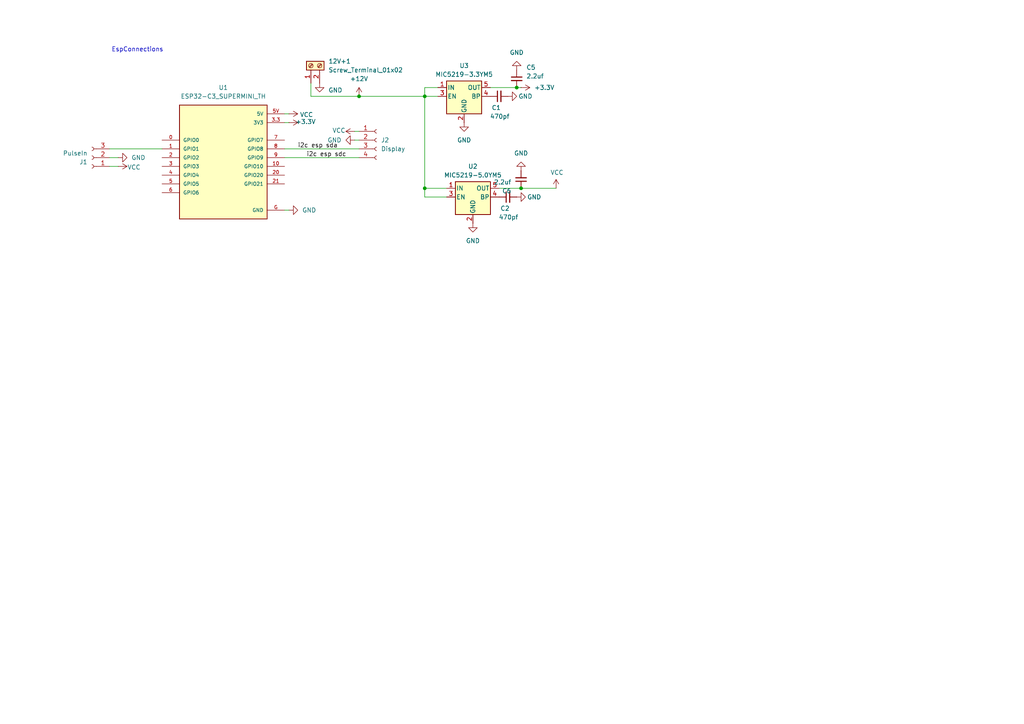
<source format=kicad_sch>
(kicad_sch (version 20250114) (generator "eeschema") (generator_version "9.0")
  (paper "A4")
  (lib_symbols
    (symbol "Connector:Conn_01x03_Socket" (pin_names (offset 1.016) (hide yes))
      (property "Reference" "J" (at 0 5.08 0))
      (property "Value" "Conn_01x03_Socket" (at 0 -5.08 0))
      (symbol "Conn_01x03_Socket_1_1"
        (polyline (pts (xy -1.27 2.54) (xy -0.508 2.54)) (stroke (width 0.1524)))
        (polyline (pts (xy -1.27 0) (xy -0.508 0)) (stroke (width 0.1524)))
        (polyline (pts (xy -1.27 -2.54) (xy -0.508 -2.54)) (stroke (width 0.1524)))
        (arc (start 0 2.032) (mid -0.5058 2.54) (end 0 3.048) (stroke (width 0.1524)))
        (arc (start 0 -0.508) (mid -0.5058 0) (end 0 0.508) (stroke (width 0.1524)))
        (arc (start 0 -3.048) (mid -0.5058 -2.54) (end 0 -2.032) (stroke (width 0.1524)))
        (pin passive line (at -5.08 2.54 0) (length 3.81) (name "Pin_1") (number "1"))
        (pin passive line (at -5.08 0 0) (length 3.81) (name "Pin_2") (number "2"))
        (pin passive line (at -5.08 -2.54 0) (length 3.81) (name "Pin_3") (number "3"))
      )
    )
    (symbol "Connector:Conn_01x04_Socket" (pin_names (offset 1.016) (hide yes))
      (property "Reference" "J" (at 0 5.08 0))
      (property "Value" "Conn_01x04_Socket" (at 0 -7.62 0))
      (symbol "Conn_01x04_Socket_1_1"
        (polyline (pts (xy -1.27 2.54) (xy -0.508 2.54)) (stroke (width 0.1524)))
        (polyline (pts (xy -1.27 0) (xy -0.508 0)) (stroke (width 0.1524)))
        (polyline (pts (xy -1.27 -2.54) (xy -0.508 -2.54)) (stroke (width 0.1524)))
        (polyline (pts (xy -1.27 -5.08) (xy -0.508 -5.08)) (stroke (width 0.1524)))
        (arc (start 0 2.032) (mid -0.5058 2.54) (end 0 3.048) (stroke (width 0.1524)))
        (arc (start 0 -0.508) (mid -0.5058 0) (end 0 0.508) (stroke (width 0.1524)))
        (arc (start 0 -3.048) (mid -0.5058 -2.54) (end 0 -2.032) (stroke (width 0.1524)))
        (arc (start 0 -5.588) (mid -0.5058 -5.08) (end 0 -4.572) (stroke (width 0.1524)))
        (pin passive line (at -5.08 2.54 0) (length 3.81) (name "Pin_1") (number "1"))
        (pin passive line (at -5.08 0 0) (length 3.81) (name "Pin_2") (number "2"))
        (pin passive line (at -5.08 -2.54 0) (length 3.81) (name "Pin_3") (number "3"))
        (pin passive line (at -5.08 -5.08 0) (length 3.81) (name "Pin_4") (number "4"))
      )
    )
    (symbol "Connector:Screw_Terminal_01x02" (pin_names (offset 1.016) (hide yes))
      (property "Reference" "J" (at 0 2.54 0))
      (property "Value" "Screw_Terminal_01x02" (at 0 -5.08 0))
      (symbol "Screw_Terminal_01x02_1_1"
        (rectangle (start -1.27 1.27) (end 1.27 -3.81) (stroke (width 0.254)) (fill (type background)))
        (polyline (pts (xy -0.5334 0.3302) (xy 0.3302 -0.508)) (stroke (width 0.1524)))
        (polyline (pts (xy -0.5334 -2.2098) (xy 0.3302 -3.048)) (stroke (width 0.1524)))
        (polyline (pts (xy -0.3556 0.508) (xy 0.508 -0.3302)) (stroke (width 0.1524)))
        (polyline (pts (xy -0.3556 -2.032) (xy 0.508 -2.8702)) (stroke (width 0.1524)))
        (circle (center 0 0) (radius 0.635) (stroke (width 0.1524)))
        (circle (center 0 -2.54) (radius 0.635) (stroke (width 0.1524)))
        (pin passive line (at -5.08 0 0) (length 3.81) (name "Pin_1") (number "1"))
        (pin passive line (at -5.08 -2.54 0) (length 3.81) (name "Pin_2") (number "2"))
      )
    )
    (symbol "Device:C_Small" (pin_numbers (hide yes)) (pin_names (offset 0.254) (hide yes))
      (property "Reference" "C" (at 0.254 1.778 0))
      (property "Value" "C_Small" (at 0.254 -2.032 0))
      (symbol "C_Small_0_1"
        (polyline (pts (xy -1.524 0.508) (xy 1.524 0.508)) (stroke (width 0.3048)))
        (polyline (pts (xy -1.524 -0.508) (xy 1.524 -0.508)) (stroke (width 0.3302)))
      )
      (symbol "C_Small_1_1"
        (pin passive line (at 0 2.54 270) (length 2.032) (name "~") (number "1"))
        (pin passive line (at 0 -2.54 90) (length 2.032) (name "~") (number "2"))
      )
    )
    (symbol "ESP32-C3_SUPERMINI_TH:ESP32-C3_SUPERMINI_TH" (pin_names (offset 1.016))
      (property "Reference" "U" (at -12.7 16.002 0))
      (property "Value" "ESP32-C3_SUPERMINI_TH" (at -12.7 -20.32 0))
      (symbol "ESP32-C3_SUPERMINI_TH_0_0"
        (rectangle (start -12.7 -17.78) (end 12.7 15.24) (stroke (width 0.254)) (fill (type background)))
        (pin bidirectional line (at -17.78 5.08 0) (length 5.08) (name "GPIO0") (number "0"))
        (pin bidirectional line (at -17.78 2.54 0) (length 5.08) (name "GPIO1") (number "1"))
        (pin bidirectional line (at -17.78 0 0) (length 5.08) (name "GPIO2") (number "2"))
        (pin bidirectional line (at -17.78 -2.54 0) (length 5.08) (name "GPIO3") (number "3"))
        (pin bidirectional line (at -17.78 -5.08 0) (length 5.08) (name "GPIO4") (number "4"))
        (pin bidirectional line (at -17.78 -7.62 0) (length 5.08) (name "GPIO5") (number "5"))
        (pin bidirectional line (at -17.78 -10.16 0) (length 5.08) (name "GPIO6") (number "6"))
        (pin power_in line (at 17.78 12.7 180) (length 5.08) (name "5V") (number "5V"))
        (pin power_in line (at 17.78 10.16 180) (length 5.08) (name "3V3") (number "3.3"))
        (pin bidirectional line (at 17.78 5.08 180) (length 5.08) (name "GPIO7") (number "7"))
        (pin bidirectional line (at 17.78 2.54 180) (length 5.08) (name "GPIO8") (number "8"))
        (pin bidirectional line (at 17.78 0 180) (length 5.08) (name "GPIO9") (number "9"))
        (pin bidirectional line (at 17.78 -2.54 180) (length 5.08) (name "GPIO10") (number "10"))
        (pin bidirectional line (at 17.78 -5.08 180) (length 5.08) (name "GPIO20") (number "20"))
        (pin bidirectional line (at 17.78 -7.62 180) (length 5.08) (name "GPIO21") (number "21"))
        (pin power_in line (at 17.78 -15.24 180) (length 5.08) (name "GND") (number "G"))
      )
    )
    (symbol "Regulator_Linear:MIC5219-3.3YM5" (pin_names (offset 0.254))
      (property "Reference" "U" (at -3.81 5.715 0))
      (property "Value" "MIC5219-3.3YM5" (at 0 5.715 0))
      (symbol "MIC5219-3.3YM5_0_1"
        (rectangle (start -5.08 4.445) (end 5.08 -5.08) (stroke (width 0.254)) (fill (type background)))
      )
      (symbol "MIC5219-3.3YM5_1_1"
        (pin power_in line (at -7.62 2.54 0) (length 2.54) (name "IN") (number "1"))
        (pin input line (at -7.62 0 0) (length 2.54) (name "EN") (number "3"))
        (pin power_in line (at 0 -7.62 90) (length 2.54) (name "GND") (number "2"))
        (pin power_out line (at 7.62 2.54 180) (length 2.54) (name "OUT") (number "5"))
        (pin input line (at 7.62 0 180) (length 2.54) (name "BP") (number "4"))
      )
    )
    (symbol "Regulator_Linear:MIC5219-5.0YM5" (pin_names (offset 0.254))
      (property "Reference" "U" (at -3.81 5.715 0))
      (property "Value" "MIC5219-5.0YM5" (at 0 5.715 0))
      (symbol "MIC5219-5.0YM5_0_1"
        (rectangle (start -5.08 4.445) (end 5.08 -5.08) (stroke (width 0.254)) (fill (type background)))
      )
      (symbol "MIC5219-5.0YM5_1_1"
        (pin power_in line (at -7.62 2.54 0) (length 2.54) (name "IN") (number "1"))
        (pin input line (at -7.62 0 0) (length 2.54) (name "EN") (number "3"))
        (pin power_in line (at 0 -7.62 90) (length 2.54) (name "GND") (number "2"))
        (pin power_out line (at 7.62 2.54 180) (length 2.54) (name "OUT") (number "5"))
        (pin input line (at 7.62 0 180) (length 2.54) (name "BP") (number "4"))
      )
    )
    (symbol "power:+12V" (power) (pin_numbers (hide yes)) (pin_names (offset 0) (hide yes))
      (property "Value" "+12V" (at 0 3.556 0))
      (symbol "+12V_0_1"
        (polyline (pts (xy -0.762 1.27) (xy 0 2.54)))
        (polyline (pts (xy 0 2.54) (xy 0.762 1.27)))
        (polyline (pts (xy 0 0) (xy 0 2.54)))
      )
      (symbol "+12V_1_1"
        (pin power_in line (at 0 0 90) (length 0) (name "~") (number "1"))
      )
    )
    (symbol "power:+3.3V" (power) (pin_numbers (hide yes)) (pin_names (offset 0) (hide yes))
      (property "Value" "+3.3V" (at 0 3.556 0))
      (symbol "+3.3V_0_1"
        (polyline (pts (xy -0.762 1.27) (xy 0 2.54)))
        (polyline (pts (xy 0 2.54) (xy 0.762 1.27)))
        (polyline (pts (xy 0 0) (xy 0 2.54)))
      )
      (symbol "+3.3V_1_1"
        (pin power_in line (at 0 0 90) (length 0) (name "~") (number "1"))
      )
    )
    (symbol "power:GND" (power) (pin_numbers (hide yes)) (pin_names (offset 0) (hide yes))
      (property "Value" "GND" (at 0 -3.81 0))
      (symbol "GND_0_1"
        (polyline (pts (xy 0 0) (xy 0 -1.27) (xy 1.27 -1.27) (xy 0 -2.54) (xy -1.27 -1.27) (xy 0 -1.27)))
      )
      (symbol "GND_1_1"
        (pin power_in line (at 0 0 270) (length 0) (name "~") (number "1"))
      )
    )
    (symbol "power:VCC" (power) (pin_numbers (hide yes)) (pin_names (offset 0) (hide yes))
      (property "Value" "VCC" (at 0 3.556 0))
      (symbol "VCC_0_1"
        (polyline (pts (xy -0.762 1.27) (xy 0 2.54)))
        (polyline (pts (xy 0 2.54) (xy 0.762 1.27)))
        (polyline (pts (xy 0 0) (xy 0 2.54)))
      )
      (symbol "VCC_1_1"
        (pin power_in line (at 0 0 90) (length 0) (name "~") (number "1"))
      )
    )
  )
  (text "EspConnections" (at 39.878 14.478 0) (effects (font (size 1.27 1.27))))
  (junction (at 104.14 27.94))
  (junction (at 123.19 54.61))
  (junction (at 151.13 54.61))
  (junction (at 149.86 25.4))
  (junction (at 123.19 27.94))
  (wire (pts (xy 82.55 45.72) (xy 104.14 45.72)))
  (wire (pts (xy 102.87 38.1) (xy 104.14 38.1)))
  (wire (pts (xy 127 27.94) (xy 123.19 27.94)))
  (wire (pts (xy 123.19 25.4) (xy 127 25.4)))
  (wire (pts (xy 31.75 43.18) (xy 46.99 43.18)))
  (wire (pts (xy 142.24 25.4) (xy 149.86 25.4)))
  (wire (pts (xy 102.87 40.64) (xy 104.14 40.64)))
  (wire (pts (xy 83.82 33.02) (xy 82.55 33.02)))
  (wire (pts (xy 104.14 27.94) (xy 123.19 27.94)))
  (wire (pts (xy 90.17 27.94) (xy 104.14 27.94)))
  (wire (pts (xy 149.86 25.4) (xy 151.13 25.4)))
  (wire (pts (xy 129.54 57.15) (xy 123.19 57.15)))
  (wire (pts (xy 129.54 54.61) (xy 123.19 54.61)))
  (wire (pts (xy 34.29 45.72) (xy 31.75 45.72)))
  (wire (pts (xy 123.19 57.15) (xy 123.19 54.61)))
  (wire (pts (xy 83.82 35.56) (xy 82.55 35.56)))
  (wire (pts (xy 151.13 54.61) (xy 161.29 54.61)))
  (wire (pts (xy 123.19 27.94) (xy 123.19 25.4)))
  (wire (pts (xy 90.17 27.94) (xy 90.17 24.13)))
  (wire (pts (xy 34.29 48.26) (xy 31.75 48.26)))
  (wire (pts (xy 123.19 54.61) (xy 123.19 27.94)))
  (wire (pts (xy 144.78 54.61) (xy 151.13 54.61)))
  (wire (pts (xy 83.82 60.96) (xy 82.55 60.96)))
  (wire (pts (xy 82.55 43.18) (xy 104.14 43.18)))
  (label "i2c esp sda" (at 86.36 43.18 0))
  (label "i2c esp sdc" (at 88.9 45.72 0))
  (symbol (lib_id "Regulator_Linear:MIC5219-3.3YM5") (at 134.62 27.94 0) (unit 1)
    (property "Reference" "U3" (at 134.62 19.05 0))
    (property "Value" "MIC5219-3.3YM5" (at 134.62 21.59 0))
    (property "Footprint" "Package_TO_SOT_SMD:SOT-23-5" (effects (hide yes)))
    (property "Datasheet" "http://ww1.microchip.com/downloads/en/DeviceDoc/MIC5219-500mA-Peak-Output-LDO-Regulator-DS20006021A.pdf" (effects (hide yes)))
    (property "Description" "500mA low dropout linear regulator, fixed 3.3V output, SOT-23-5" (effects (hide yes)))
  )
  (symbol (lib_id "power:GND") (at 92.71 24.13 0) (unit 1)
    (property "Reference" "#PWR019" (effects (hide yes)))
    (property "Value" "GND" (at 97.282 26.162 0))
    (property "Description" "Power symbol creates a global label with name \"GND\" , ground" (effects (hide yes)))
  )
  (symbol (lib_id "Connector:Conn_01x04_Socket") (at 109.22 40.64 0) (unit 1)
    (property "Reference" "J2" (at 110.49 40.6399 0) (effects (justify left)))
    (property "Value" "Display" (at 110.49 43.1799 0) (effects (justify left)))
    (property "Footprint" "Connector_PinHeader_2.54mm:PinHeader_1x04_P2.54mm_Vertical" (effects (hide yes)))
    (property "Description" "Generic connector, single row, 01x04, script generated" (effects (hide yes)))
  )
  (symbol (lib_id "power:+3.3V") (at 151.13 25.4 270) (unit 1)
    (property "Reference" "#PWR04" (effects (hide yes)))
    (property "Value" "+3.3V" (at 154.94 25.3999 90) (effects (justify left)))
    (property "Description" "Power symbol creates a global label with name \"+3.3V\"" (effects (hide yes)))
  )
  (symbol (lib_id "Device:C_Small") (at 144.78 27.94 90) (unit 1)
    (property "Reference" "C1" (at 145.288 31.242 90) (effects (justify left)))
    (property "Value" "470pf" (at 147.828 33.782 90) (effects (justify left)))
    (property "Footprint" "Capacitor_THT:C_Disc_D5.0mm_W2.5mm_P5.00mm" (effects (hide yes)))
    (property "Description" "Unpolarized capacitor, small symbol" (effects (hide yes)))
  )
  (symbol (lib_id "power:GND") (at 151.13 49.53 180) (unit 1)
    (property "Reference" "#PWR015" (effects (hide yes)))
    (property "Value" "GND" (at 151.13 44.45 0))
    (property "Description" "Power symbol creates a global label with name \"GND\" , ground" (effects (hide yes)))
  )
  (symbol (lib_id "power:GND") (at 137.16 64.77 0) (unit 1)
    (property "Reference" "#PWR07" (effects (hide yes)))
    (property "Value" "GND" (at 137.16 69.85 0))
    (property "Description" "Power symbol creates a global label with name \"GND\" , ground" (effects (hide yes)))
  )
  (symbol (lib_id "power:VCC") (at 161.29 54.61 0) (unit 1)
    (property "Reference" "#PWR020" (effects (hide yes)))
    (property "Value" "VCC" (at 161.544 50.038 0))
    (property "Description" "Power symbol creates a global label with name \"VCC\"" (effects (hide yes)))
  )
  (symbol (lib_id "power:GND") (at 149.86 20.32 180) (unit 1)
    (property "Reference" "#PWR014" (effects (hide yes)))
    (property "Value" "GND" (at 149.86 15.24 0))
    (property "Description" "Power symbol creates a global label with name \"GND\" , ground" (effects (hide yes)))
  )
  (symbol (lib_id "power:GND") (at 134.62 35.56 0) (unit 1)
    (property "Reference" "#PWR06" (effects (hide yes)))
    (property "Value" "GND" (at 134.62 40.64 0))
    (property "Description" "Power symbol creates a global label with name \"GND\" , ground" (effects (hide yes)))
  )
  (symbol (lib_id "power:VCC") (at 34.29 48.26 270) (unit 1)
    (property "Reference" "#PWR022" (effects (hide yes)))
    (property "Value" "VCC" (at 38.862 48.514 90))
    (property "Description" "Power symbol creates a global label with name \"VCC\"" (effects (hide yes)))
  )
  (symbol (lib_id "ESP32-C3_SUPERMINI_TH:ESP32-C3_SUPERMINI_TH") (at 64.77 45.72 0) (unit 1)
    (property "Reference" "U1" (at 64.77 25.4 0))
    (property "Value" "ESP32-C3_SUPERMINI_TH" (at 64.77 27.94 0))
    (property "Footprint" "ESP32-C3_SUPERMINI_TH(2):MODULE_ESP32-C3_SUPERMINI" (effects (hide yes)))
    (property "MF" "Espressif Systems" (effects (hide yes)))
    (property "MAXIMUM_PACKAGE_HEIGHT" "4.2mm" (effects (hide yes)))
    (property "Package" "Package" (effects (hide yes)))
    (property "Price" "None" (effects (hide yes)))
    (property "Check_prices" "https://www.snapeda.com/parts/ESP32-C3%20SuperMini_TH/Espressif+Systems/view-part/?ref=eda" (effects (hide yes)))
    (property "STANDARD" "Manufacturer Recommendations" (effects (hide yes)))
    (property "SnapEDA_Link" "https://www.snapeda.com/parts/ESP32-C3%20SuperMini_TH/Espressif+Systems/view-part/?ref=snap" (effects (hide yes)))
    (property "MP" "ESP32-C3 SuperMini_TH" (effects (hide yes)))
    (property "Description_1" "Super tiny ESP32-C3 board" (effects (hide yes)))
    (property "Availability" "Not in stock" (effects (hide yes)))
    (property "MANUFACTURER" "Espressif" (effects (hide yes)))
  )
  (symbol (lib_id "power:VCC") (at 83.82 33.02 270) (unit 1)
    (property "Reference" "#PWR08" (effects (hide yes)))
    (property "Value" "VCC" (at 88.9 33.274 90))
    (property "Description" "Power symbol creates a global label with name \"VCC\"" (effects (hide yes)))
  )
  (symbol (lib_id "Device:C_Small") (at 147.32 57.15 90) (unit 1)
    (property "Reference" "C2" (at 147.828 60.452 90) (effects (justify left)))
    (property "Value" "470pf" (at 150.368 62.992 90) (effects (justify left)))
    (property "Footprint" "Capacitor_THT:C_Disc_D5.0mm_W2.5mm_P5.00mm" (effects (hide yes)))
    (property "Description" "Unpolarized capacitor, small symbol" (effects (hide yes)))
  )
  (symbol (lib_id "Device:C_Small") (at 149.86 22.86 0) (unit 1)
    (property "Reference" "C5" (at 152.654 19.558 0) (effects (justify left)))
    (property "Value" "2.2uf" (at 152.654 22.098 0) (effects (justify left)))
    (property "Footprint" "Capacitor_THT:CP_Radial_D5.0mm_P2.50mm" (effects (hide yes)))
    (property "Description" "Unpolarized capacitor, small symbol" (effects (hide yes)))
  )
  (symbol (lib_id "Connector:Conn_01x03_Socket") (at 26.67 45.72 180) (unit 1)
    (property "Reference" "J1" (at 25.4 46.9901 0) (effects (justify left)))
    (property "Value" "PulseIn" (at 25.4 44.4501 0) (effects (justify left)))
    (property "Footprint" "Connector_PinHeader_2.54mm:PinHeader_1x03_P2.54mm_Vertical" (effects (hide yes)))
    (property "Description" "Generic connector, single row, 01x03, script generated" (effects (hide yes)))
  )
  (symbol (lib_id "Device:C_Small") (at 151.13 52.07 180) (unit 1)
    (property "Reference" "C6" (at 148.336 55.372 0) (effects (justify left)))
    (property "Value" "2.2uf" (at 148.336 52.832 0) (effects (justify left)))
    (property "Footprint" "Capacitor_THT:CP_Radial_D5.0mm_P2.50mm" (effects (hide yes)))
    (property "Description" "Unpolarized capacitor, small symbol" (effects (hide yes)))
  )
  (symbol (lib_id "power:+12V") (at 104.14 27.94 0) (unit 1)
    (property "Reference" "#PWR03" (effects (hide yes)))
    (property "Value" "+12V" (at 104.14 22.86 0))
    (property "Description" "Power symbol creates a global label with name \"+12V\"" (effects (hide yes)))
  )
  (symbol (lib_id "power:VCC") (at 102.87 38.1 90) (unit 1)
    (property "Reference" "#PWR021" (effects (hide yes)))
    (property "Value" "VCC" (at 98.298 37.846 90))
    (property "Description" "Power symbol creates a global label with name \"VCC\"" (effects (hide yes)))
  )
  (symbol (lib_id "power:GND") (at 149.86 57.15 90) (unit 1)
    (property "Reference" "#PWR018" (effects (hide yes)))
    (property "Value" "GND" (at 154.94 57.15 90))
    (property "Description" "Power symbol creates a global label with name \"GND\" , ground" (effects (hide yes)))
  )
  (symbol (lib_id "power:GND") (at 147.32 27.94 90) (unit 1)
    (property "Reference" "#PWR013" (effects (hide yes)))
    (property "Value" "GND" (at 152.4 27.94 90))
    (property "Description" "Power symbol creates a global label with name \"GND\" , ground" (effects (hide yes)))
  )
  (symbol (lib_id "power:+3.3V") (at 83.82 35.56 270) (unit 1)
    (property "Reference" "#PWR01" (effects (hide yes)))
    (property "Value" "+3.3V" (at 88.646 35.306 90))
    (property "Description" "Power symbol creates a global label with name \"+3.3V\"" (effects (hide yes)))
  )
  (symbol (lib_id "power:GND") (at 102.87 40.64 270) (unit 1)
    (property "Reference" "#PWR05" (effects (hide yes)))
    (property "Value" "GND" (at 99.06 40.6399 90) (effects (justify right)))
    (property "Description" "Power symbol creates a global label with name \"GND\" , ground" (effects (hide yes)))
  )
  (symbol (lib_id "power:GND") (at 34.29 45.72 90) (unit 1)
    (property "Reference" "#PWR016" (effects (hide yes)))
    (property "Value" "GND" (at 38.1 45.7201 90) (effects (justify right)))
    (property "Description" "Power symbol creates a global label with name \"GND\" , ground" (effects (hide yes)))
  )
  (symbol (lib_id "Connector:Screw_Terminal_01x02") (at 90.17 19.05 90) (unit 1)
    (property "Reference" "12V+1" (at 95.25 17.7799 90) (effects (justify right)))
    (property "Value" "Screw_Terminal_01x02" (at 95.25 20.3199 90) (effects (justify right)))
    (property "Footprint" "TerminalBlock:TerminalBlock_bornier-2_P5.08mm" (effects (hide yes)))
    (property "Description" "Generic screw terminal, single row, 01x02, script generated (kicad-library-utils/schlib/autogen/connector/)" (effects (hide yes)))
  )
  (symbol (lib_id "Regulator_Linear:MIC5219-5.0YM5") (at 137.16 57.15 0) (unit 1)
    (property "Reference" "U2" (at 137.16 48.26 0))
    (property "Value" "MIC5219-5.0YM5" (at 137.16 50.8 0))
    (property "Footprint" "Package_TO_SOT_SMD:SOT-23-5" (effects (hide yes)))
    (property "Datasheet" "http://ww1.microchip.com/downloads/en/DeviceDoc/MIC5219-500mA-Peak-Output-LDO-Regulator-DS20006021A.pdf" (effects (hide yes)))
    (property "Description" "500mA low dropout linear regulator, fixed 5.0V output, SOT-23-5" (effects (hide yes)))
  )
  (symbol (lib_id "power:GND") (at 83.82 60.96 90) (unit 1)
    (property "Reference" "#PWR02" (effects (hide yes)))
    (property "Value" "GND" (at 87.63 60.9599 90) (effects (justify right)))
    (property "Description" "Power symbol creates a global label with name \"GND\" , ground" (effects (hide yes)))
  )
)
</source>
